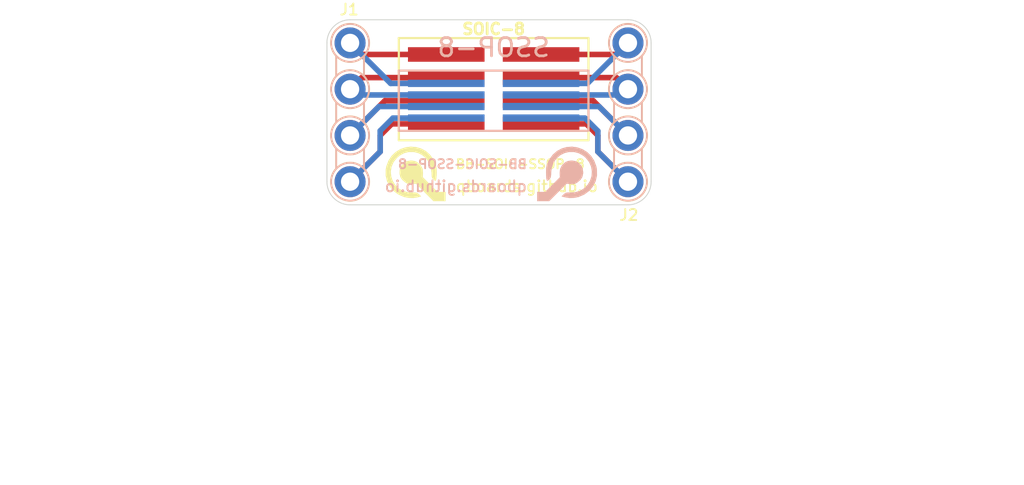
<source format=kicad_pcb>
(kicad_pcb (version 20171130) (host pcbnew "(5.1.2)-1")

  (general
    (thickness 1.2)
    (drawings 9)
    (tracks 40)
    (zones 0)
    (modules 7)
    (nets 9)
  )

  (page A4)
  (title_block
    (title BRD-REF)
    (rev 1)
    (company QBoards)
    (comment 1 "Description of the board")
  )

  (layers
    (0 F.Cu signal)
    (31 B.Cu signal hide)
    (32 B.Adhes user hide)
    (33 F.Adhes user hide)
    (34 B.Paste user hide)
    (35 F.Paste user)
    (36 B.SilkS user hide)
    (37 F.SilkS user)
    (38 B.Mask user hide)
    (39 F.Mask user)
    (40 Dwgs.User user hide)
    (41 Cmts.User user hide)
    (42 Eco1.User user hide)
    (43 Eco2.User user hide)
    (44 Edge.Cuts user)
    (45 Margin user hide)
    (46 B.CrtYd user hide)
    (47 F.CrtYd user)
    (48 B.Fab user hide)
    (49 F.Fab user hide)
  )

  (setup
    (last_trace_width 0.3048)
    (trace_clearance 0.2032)
    (zone_clearance 0.508)
    (zone_45_only no)
    (trace_min 0.1524)
    (via_size 0.8)
    (via_drill 0.4)
    (via_min_size 0.4)
    (via_min_drill 0.3048)
    (uvia_size 0.3)
    (uvia_drill 0.1)
    (uvias_allowed no)
    (uvia_min_size 0.2)
    (uvia_min_drill 0.1)
    (edge_width 0.05)
    (segment_width 0.2)
    (pcb_text_width 0.3)
    (pcb_text_size 1.5 1.5)
    (mod_edge_width 0.12)
    (mod_text_size 1 1)
    (mod_text_width 0.15)
    (pad_size 1.524 1.524)
    (pad_drill 0.762)
    (pad_to_mask_clearance 0.051)
    (solder_mask_min_width 0.25)
    (aux_axis_origin 0 0)
    (visible_elements 7FFFFFFF)
    (pcbplotparams
      (layerselection 0x010fc_ffffffff)
      (usegerberextensions false)
      (usegerberattributes false)
      (usegerberadvancedattributes false)
      (creategerberjobfile false)
      (excludeedgelayer true)
      (linewidth 0.100000)
      (plotframeref false)
      (viasonmask false)
      (mode 1)
      (useauxorigin false)
      (hpglpennumber 1)
      (hpglpenspeed 20)
      (hpglpendiameter 15.000000)
      (psnegative false)
      (psa4output false)
      (plotreference true)
      (plotvalue true)
      (plotinvisibletext false)
      (padsonsilk false)
      (subtractmaskfromsilk false)
      (outputformat 1)
      (mirror false)
      (drillshape 1)
      (scaleselection 1)
      (outputdirectory ""))
  )

  (net 0 "")
  (net 1 "Net-(J1-Pad4)")
  (net 2 "Net-(J1-Pad3)")
  (net 3 "Net-(J1-Pad2)")
  (net 4 "Net-(J1-Pad1)")
  (net 5 "Net-(J2-Pad1)")
  (net 6 "Net-(J2-Pad2)")
  (net 7 "Net-(J2-Pad3)")
  (net 8 "Net-(J2-Pad4)")

  (net_class Default "This is the default net class."
    (clearance 0.2032)
    (trace_width 0.3048)
    (via_dia 0.8)
    (via_drill 0.4)
    (uvia_dia 0.3)
    (uvia_drill 0.1)
    (add_net "Net-(J1-Pad1)")
    (add_net "Net-(J1-Pad2)")
    (add_net "Net-(J1-Pad3)")
    (add_net "Net-(J1-Pad4)")
    (add_net "Net-(J2-Pad1)")
    (add_net "Net-(J2-Pad2)")
    (add_net "Net-(J2-Pad3)")
    (add_net "Net-(J2-Pad4)")
  )

  (net_class Minimal ""
    (clearance 0.1524)
    (trace_width 0.1524)
    (via_dia 0.8)
    (via_drill 0.4)
    (uvia_dia 0.3)
    (uvia_drill 0.1)
  )

  (module qboards_ic:SSOP-8 (layer B.Cu) (tedit 5DA366FF) (tstamp 5DA3E784)
    (at 122.174 94.615 90)
    (path /5DA3DA50)
    (attr smd)
    (fp_text reference SSOP-8 (at 2.921 0) (layer B.SilkS)
      (effects (font (size 1 1) (thickness 0.15)) (justify mirror))
    )
    (fp_text value IC-8 (at 0 0 270) (layer B.Fab)
      (effects (font (size 1 1) (thickness 0.15)) (justify mirror))
    )
    (fp_line (start -1.4 -4.95) (end -1.4 4.95) (layer B.CrtYd) (width 0.05))
    (fp_line (start 1.4 -4.95) (end -1.4 -4.95) (layer B.CrtYd) (width 0.05))
    (fp_line (start 1.4 4.95) (end 1.4 -4.95) (layer B.CrtYd) (width 0.05))
    (fp_line (start -1.4 4.95) (end 1.4 4.95) (layer B.CrtYd) (width 0.05))
    (fp_line (start 1.6525 -5.2) (end -1.651 -5.2) (layer B.SilkS) (width 0.12))
    (fp_line (start 1.6525 5.2) (end 1.6525 -5.2) (layer B.SilkS) (width 0.12))
    (fp_line (start -1.6525 5.2) (end 1.6525 5.2) (layer B.SilkS) (width 0.12))
    (fp_line (start -1.651 -5.2) (end -1.6525 5.2) (layer B.SilkS) (width 0.12))
    (pad 4 smd rect (at 0.9525 -2.6 90) (size 0.4 4.2) (layers B.Cu B.Paste B.Mask)
      (net 4 "Net-(J1-Pad1)"))
    (pad 5 smd rect (at 0.9525 2.6 90) (size 0.4 4.2) (layers B.Cu B.Paste B.Mask)
      (net 8 "Net-(J2-Pad4)"))
    (pad 3 smd rect (at 0.3175 -2.6 90) (size 0.4 4.2) (layers B.Cu B.Paste B.Mask)
      (net 3 "Net-(J1-Pad2)"))
    (pad 6 smd rect (at 0.3175 2.6 90) (size 0.4 4.2) (layers B.Cu B.Paste B.Mask)
      (net 7 "Net-(J2-Pad3)"))
    (pad 2 smd rect (at -0.3175 -2.6 90) (size 0.4 4.2) (layers B.Cu B.Paste B.Mask)
      (net 2 "Net-(J1-Pad3)"))
    (pad 7 smd rect (at -0.3175 2.6 90) (size 0.4 4.2) (layers B.Cu B.Paste B.Mask)
      (net 6 "Net-(J2-Pad2)"))
    (pad 1 smd rect (at -0.9525 -2.6 90) (size 0.4 4.2) (layers B.Cu B.Paste B.Mask)
      (net 1 "Net-(J1-Pad4)"))
    (pad 8 smd rect (at -0.9525 2.6 90) (size 0.4 4.2) (layers B.Cu B.Paste B.Mask)
      (net 5 "Net-(J2-Pad1)"))
  )

  (module qboards_ic:SOIC-8 (layer F.Cu) (tedit 5DA36585) (tstamp 5DA3BAF4)
    (at 122.174 93.98 270)
    (path /5DA3D35E)
    (attr smd)
    (fp_text reference SOIC-8 (at -3.302 0) (layer F.SilkS)
      (effects (font (size 0.6 0.6) (thickness 0.15)))
    )
    (fp_text value IC-8 (at 0 0 90) (layer F.Fab)
      (effects (font (size 1 1) (thickness 0.15)))
    )
    (fp_line (start -2.56 4.95) (end -2.56 -4.95) (layer F.CrtYd) (width 0.05))
    (fp_line (start 2.56 4.95) (end -2.56 4.95) (layer F.CrtYd) (width 0.05))
    (fp_line (start 2.56 -4.95) (end 2.56 4.95) (layer F.CrtYd) (width 0.05))
    (fp_line (start -2.56 -4.95) (end 2.56 -4.95) (layer F.CrtYd) (width 0.05))
    (fp_line (start 2.805 5.2) (end -2.794 5.2) (layer F.SilkS) (width 0.12))
    (fp_line (start 2.805 -5.2) (end 2.805 5.2) (layer F.SilkS) (width 0.12))
    (fp_line (start -2.805 -5.2) (end 2.805 -5.2) (layer F.SilkS) (width 0.12))
    (fp_line (start -2.805 5.207) (end -2.805 -5.2) (layer F.SilkS) (width 0.12))
    (pad 4 smd rect (at 1.905 2.6 270) (size 0.8 4.2) (layers F.Cu F.Paste F.Mask)
      (net 1 "Net-(J1-Pad4)"))
    (pad 5 smd rect (at 1.905 -2.6 270) (size 0.8 4.2) (layers F.Cu F.Paste F.Mask)
      (net 5 "Net-(J2-Pad1)"))
    (pad 3 smd rect (at 0.635 2.6 270) (size 0.8 4.2) (layers F.Cu F.Paste F.Mask)
      (net 2 "Net-(J1-Pad3)"))
    (pad 6 smd rect (at 0.635 -2.6 270) (size 0.8 4.2) (layers F.Cu F.Paste F.Mask)
      (net 6 "Net-(J2-Pad2)"))
    (pad 2 smd rect (at -0.635 2.6 270) (size 0.8 4.2) (layers F.Cu F.Paste F.Mask)
      (net 3 "Net-(J1-Pad2)"))
    (pad 7 smd rect (at -0.635 -2.6 270) (size 0.8 4.2) (layers F.Cu F.Paste F.Mask)
      (net 7 "Net-(J2-Pad3)"))
    (pad 1 smd rect (at -1.905 2.6 270) (size 0.8 4.2) (layers F.Cu F.Paste F.Mask)
      (net 4 "Net-(J1-Pad1)"))
    (pad 8 smd rect (at -1.905 -2.6 270) (size 0.8 4.2) (layers F.Cu F.Paste F.Mask)
      (net 8 "Net-(J2-Pad4)"))
  )

  (module qboards_connectors:PinHeader_1x04_P2.54mm_Vertical_dual (layer F.Cu) (tedit 5DA32287) (tstamp 5DA3BAE0)
    (at 129.54 99.06 180)
    (descr "Through hole straight pin header, 1x07, 2.54mm pitch, single row")
    (tags "Through hole pin header THT 1x07 2.54mm single row")
    (path /5DA3F138)
    (fp_text reference J2 (at -0.0508 -1.8288) (layer F.SilkS)
      (effects (font (size 0.6 0.6) (thickness 0.1)))
    )
    (fp_text value Conn_01x04_Male (at -0.1524 10.0584) (layer B.Fab)
      (effects (font (size 1 1) (thickness 0.15)) (justify mirror))
    )
    (fp_line (start 0.762 5.8166) (end 0.762 6.8834) (layer B.SilkS) (width 0.1))
    (fp_line (start 0.762 3.2766) (end 0.762 4.3434) (layer B.SilkS) (width 0.1))
    (fp_line (start -0.762 5.8166) (end -0.762 6.8834) (layer B.SilkS) (width 0.1))
    (fp_line (start -0.762 3.2766) (end -0.762 4.3434) (layer B.SilkS) (width 0.1))
    (fp_circle (center 0 7.62) (end 0.0254 6.5786) (layer B.SilkS) (width 0.1))
    (fp_circle (center 0 5.08) (end 0.0254 4.0386) (layer B.SilkS) (width 0.1))
    (fp_circle (center 0 2.54) (end 0.0254 1.4986) (layer B.SilkS) (width 0.1))
    (fp_line (start 0.762 0.7366) (end 0.762 1.8034) (layer B.SilkS) (width 0.1))
    (fp_line (start -0.762 0.7366) (end -0.762 1.8034) (layer B.SilkS) (width 0.1))
    (fp_circle (center 0 0) (end 0.0254 -1.0414) (layer B.SilkS) (width 0.1))
    (fp_line (start -1.27 8.89) (end 1.27 8.89) (layer B.CrtYd) (width 0.12))
    (fp_line (start -1.27 -1.26) (end -1.27 8.89) (layer B.CrtYd) (width 0.12))
    (fp_line (start 1.27 -1.26) (end -1.27 -1.26) (layer B.CrtYd) (width 0.12))
    (fp_line (start 1.27 8.89) (end 1.27 -1.26) (layer B.CrtYd) (width 0.12))
    (fp_line (start -0.762 5.842) (end -0.762 6.858) (layer F.SilkS) (width 0.1))
    (fp_line (start -0.762 3.302) (end -0.762 4.318) (layer F.SilkS) (width 0.1))
    (fp_line (start 0.762 5.842) (end 0.762 6.858) (layer F.SilkS) (width 0.1))
    (fp_line (start 0.762 3.302) (end 0.762 4.318) (layer F.SilkS) (width 0.1))
    (fp_line (start 0.762 0.762) (end 0.762 1.778) (layer F.SilkS) (width 0.1))
    (fp_line (start -0.762 0.762) (end -0.762 1.778) (layer F.SilkS) (width 0.1))
    (fp_circle (center 0 7.62) (end 0.8128 8.2804) (layer F.SilkS) (width 0.1))
    (fp_circle (center 0 5.08) (end 0.8128 5.7404) (layer F.SilkS) (width 0.1))
    (fp_circle (center 0 2.54) (end 0.8128 3.2004) (layer F.SilkS) (width 0.1))
    (fp_circle (center 0 0) (end 0.8128 0.6604) (layer F.SilkS) (width 0.1))
    (fp_line (start -0.635 -1.27) (end 1.27 -1.27) (layer B.Fab) (width 0.1))
    (fp_line (start 1.27 -1.27) (end 1.27 8.89) (layer B.Fab) (width 0.1))
    (fp_line (start 1.27 8.89) (end -1.27 8.89) (layer B.Fab) (width 0.1))
    (fp_line (start -1.27 8.89) (end -1.27 -0.635) (layer B.Fab) (width 0.1))
    (fp_line (start -1.27 -0.635) (end -0.635 -1.27) (layer B.Fab) (width 0.1))
    (fp_line (start -1.016 -1.016) (end -1.016 8.6614) (layer F.CrtYd) (width 0.05))
    (fp_line (start -1.016 8.6614) (end 1.016 8.6614) (layer F.CrtYd) (width 0.05))
    (fp_line (start 1.016 8.6614) (end 1.016 -1.016) (layer F.CrtYd) (width 0.05))
    (fp_line (start 1.016 -1.016) (end -1.016 -1.016) (layer F.CrtYd) (width 0.05))
    (fp_text user %R (at 0 4.318 90) (layer B.Fab)
      (effects (font (size 1 1) (thickness 0.15)) (justify mirror))
    )
    (pad 1 thru_hole circle (at 0 0 180) (size 1.7 1.7) (drill 1) (layers *.Cu *.Mask)
      (net 5 "Net-(J2-Pad1)"))
    (pad 2 thru_hole oval (at 0 2.54 180) (size 1.7 1.7) (drill 1) (layers *.Cu *.Mask)
      (net 6 "Net-(J2-Pad2)"))
    (pad 3 thru_hole oval (at 0 5.08 180) (size 1.7 1.7) (drill 1) (layers *.Cu *.Mask)
      (net 7 "Net-(J2-Pad3)"))
    (pad 4 thru_hole oval (at 0 7.62 180) (size 1.7 1.7) (drill 1) (layers *.Cu *.Mask)
      (net 8 "Net-(J2-Pad4)"))
    (model ${KISYS3DMOD}/Connector_PinHeader_2.54mm.3dshapes/PinHeader_1x04_P2.54mm_Vertical.wrl
      (offset (xyz 0 0 -2))
      (scale (xyz 1 1 1))
      (rotate (xyz 0 180 0))
    )
  )

  (module qboards_connectors:PinHeader_1x04_P2.54mm_Vertical_dual (layer F.Cu) (tedit 5DA32287) (tstamp 5DA3BAAE)
    (at 114.3 91.44)
    (descr "Through hole straight pin header, 1x07, 2.54mm pitch, single row")
    (tags "Through hole pin header THT 1x07 2.54mm single row")
    (path /5DA3E625)
    (fp_text reference J1 (at -0.0508 -1.8288) (layer F.SilkS)
      (effects (font (size 0.6 0.6) (thickness 0.1)))
    )
    (fp_text value Conn_01x04_Male (at -0.1524 10.0584) (layer B.Fab)
      (effects (font (size 1 1) (thickness 0.15)) (justify mirror))
    )
    (fp_line (start 0.762 5.8166) (end 0.762 6.8834) (layer B.SilkS) (width 0.1))
    (fp_line (start 0.762 3.2766) (end 0.762 4.3434) (layer B.SilkS) (width 0.1))
    (fp_line (start -0.762 5.8166) (end -0.762 6.8834) (layer B.SilkS) (width 0.1))
    (fp_line (start -0.762 3.2766) (end -0.762 4.3434) (layer B.SilkS) (width 0.1))
    (fp_circle (center 0 7.62) (end 0.0254 6.5786) (layer B.SilkS) (width 0.1))
    (fp_circle (center 0 5.08) (end 0.0254 4.0386) (layer B.SilkS) (width 0.1))
    (fp_circle (center 0 2.54) (end 0.0254 1.4986) (layer B.SilkS) (width 0.1))
    (fp_line (start 0.762 0.7366) (end 0.762 1.8034) (layer B.SilkS) (width 0.1))
    (fp_line (start -0.762 0.7366) (end -0.762 1.8034) (layer B.SilkS) (width 0.1))
    (fp_circle (center 0 0) (end 0.0254 -1.0414) (layer B.SilkS) (width 0.1))
    (fp_line (start -1.27 8.89) (end 1.27 8.89) (layer B.CrtYd) (width 0.12))
    (fp_line (start -1.27 -1.26) (end -1.27 8.89) (layer B.CrtYd) (width 0.12))
    (fp_line (start 1.27 -1.26) (end -1.27 -1.26) (layer B.CrtYd) (width 0.12))
    (fp_line (start 1.27 8.89) (end 1.27 -1.26) (layer B.CrtYd) (width 0.12))
    (fp_line (start -0.762 5.842) (end -0.762 6.858) (layer F.SilkS) (width 0.1))
    (fp_line (start -0.762 3.302) (end -0.762 4.318) (layer F.SilkS) (width 0.1))
    (fp_line (start 0.762 5.842) (end 0.762 6.858) (layer F.SilkS) (width 0.1))
    (fp_line (start 0.762 3.302) (end 0.762 4.318) (layer F.SilkS) (width 0.1))
    (fp_line (start 0.762 0.762) (end 0.762 1.778) (layer F.SilkS) (width 0.1))
    (fp_line (start -0.762 0.762) (end -0.762 1.778) (layer F.SilkS) (width 0.1))
    (fp_circle (center 0 7.62) (end 0.8128 8.2804) (layer F.SilkS) (width 0.1))
    (fp_circle (center 0 5.08) (end 0.8128 5.7404) (layer F.SilkS) (width 0.1))
    (fp_circle (center 0 2.54) (end 0.8128 3.2004) (layer F.SilkS) (width 0.1))
    (fp_circle (center 0 0) (end 0.8128 0.6604) (layer F.SilkS) (width 0.1))
    (fp_line (start -0.635 -1.27) (end 1.27 -1.27) (layer B.Fab) (width 0.1))
    (fp_line (start 1.27 -1.27) (end 1.27 8.89) (layer B.Fab) (width 0.1))
    (fp_line (start 1.27 8.89) (end -1.27 8.89) (layer B.Fab) (width 0.1))
    (fp_line (start -1.27 8.89) (end -1.27 -0.635) (layer B.Fab) (width 0.1))
    (fp_line (start -1.27 -0.635) (end -0.635 -1.27) (layer B.Fab) (width 0.1))
    (fp_line (start -1.016 -1.016) (end -1.016 8.6614) (layer F.CrtYd) (width 0.05))
    (fp_line (start -1.016 8.6614) (end 1.016 8.6614) (layer F.CrtYd) (width 0.05))
    (fp_line (start 1.016 8.6614) (end 1.016 -1.016) (layer F.CrtYd) (width 0.05))
    (fp_line (start 1.016 -1.016) (end -1.016 -1.016) (layer F.CrtYd) (width 0.05))
    (fp_text user %R (at 0 4.318 90) (layer B.Fab)
      (effects (font (size 1 1) (thickness 0.15)) (justify mirror))
    )
    (pad 1 thru_hole circle (at 0 0) (size 1.7 1.7) (drill 1) (layers *.Cu *.Mask)
      (net 4 "Net-(J1-Pad1)"))
    (pad 2 thru_hole oval (at 0 2.54) (size 1.7 1.7) (drill 1) (layers *.Cu *.Mask)
      (net 3 "Net-(J1-Pad2)"))
    (pad 3 thru_hole oval (at 0 5.08) (size 1.7 1.7) (drill 1) (layers *.Cu *.Mask)
      (net 2 "Net-(J1-Pad3)"))
    (pad 4 thru_hole oval (at 0 7.62) (size 1.7 1.7) (drill 1) (layers *.Cu *.Mask)
      (net 1 "Net-(J1-Pad4)"))
    (model ${KISYS3DMOD}/Connector_PinHeader_2.54mm.3dshapes/PinHeader_1x04_P2.54mm_Vertical.wrl
      (offset (xyz 0 0 -2))
      (scale (xyz 1 1 1))
      (rotate (xyz 0 180 0))
    )
  )

  (module qboards_aesthetics:logo_url-3mm (layer F.Cu) (tedit 5CF579B1) (tstamp 5DA43827)
    (at 117.602 98.552)
    (fp_text reference BB-SOIC-SSOP-8 (at 2.4384 -0.4572) (layer F.SilkS)
      (effects (font (size 0.5 0.5) (thickness 0.1)) (justify left))
    )
    (fp_text value LOGO_BRD_REF (at 0 2.3622) (layer F.SilkS) hide
      (effects (font (size 0.6 0.6) (thickness 0.1)))
    )
    (fp_poly (pts (xy 0.229107 -0.630267) (xy 0.384132 -0.565267) (xy 0.392712 -0.559141) (xy 0.571873 -0.387566)
      (xy 0.671563 -0.193924) (xy 0.695785 0.029709) (xy 0.695247 0.039303) (xy 0.681566 0.260639)
      (xy 1.082897 0.66372) (xy 1.484227 1.0668) (xy 1.9304 1.0668) (xy 1.9304 1.5748)
      (xy 1.272852 1.5748) (xy 0.794695 1.095283) (xy 0.316537 0.615765) (xy 0.096885 0.633387)
      (xy -0.056582 0.636172) (xy -0.169617 0.608257) (xy -0.267041 0.551988) (xy -0.441484 0.406408)
      (xy -0.543765 0.250165) (xy -0.585771 0.062377) (xy -0.588434 -0.0127) (xy -0.563995 -0.217089)
      (xy -0.482479 -0.383076) (xy -0.331592 -0.533767) (xy -0.296964 -0.560417) (xy -0.146721 -0.627908)
      (xy 0.040396 -0.651169) (xy 0.229107 -0.630267)) (layer F.SilkS) (width 0.01))
    (fp_poly (pts (xy 0.301751 -1.394461) (xy 0.582667 -1.316111) (xy 0.844161 -1.176542) (xy 1.075553 -0.974514)
      (xy 1.266161 -0.708785) (xy 1.303875 -0.636973) (xy 1.37773 -0.475836) (xy 1.419998 -0.342842)
      (xy 1.439126 -0.20029) (xy 1.443566 -0.013664) (xy 1.439594 0.157438) (xy 1.429078 0.303015)
      (xy 1.414115 0.396238) (xy 1.410711 0.406392) (xy 1.383931 0.456332) (xy 1.348489 0.45341)
      (xy 1.279461 0.394371) (xy 1.273128 0.388429) (xy 1.21484 0.321997) (xy 1.182885 0.243632)
      (xy 1.169652 0.126196) (xy 1.16747 0.011671) (xy 1.130012 -0.29018) (xy 1.02716 -0.553497)
      (xy 0.869991 -0.773577) (xy 0.669584 -0.945712) (xy 0.437018 -1.065199) (xy 0.183372 -1.127332)
      (xy -0.080277 -1.127405) (xy -0.342849 -1.060714) (xy -0.593266 -0.922552) (xy -0.738616 -0.797882)
      (xy -0.922376 -0.561969) (xy -1.032169 -0.306442) (xy -1.072891 -0.042499) (xy -1.049439 0.218666)
      (xy -0.966708 0.465853) (xy -0.829594 0.687868) (xy -0.642992 0.873513) (xy -0.411797 1.011592)
      (xy -0.140906 1.090908) (xy 0.09333 1.104832) (xy 0.248968 1.102978) (xy 0.34842 1.116252)
      (xy 0.419803 1.151909) (xy 0.478353 1.204178) (xy 0.587693 1.313518) (xy 0.422963 1.359256)
      (xy 0.178868 1.397375) (xy -0.090528 1.392549) (xy -0.338117 1.345713) (xy -0.343492 1.344052)
      (xy -0.660977 1.204782) (xy -0.925946 1.007348) (xy -1.132568 0.76185) (xy -1.275016 0.47839)
      (xy -1.347458 0.167068) (xy -1.344068 -0.162016) (xy -1.311358 -0.333052) (xy -1.193529 -0.648479)
      (xy -1.020362 -0.911375) (xy -0.802536 -1.1205) (xy -0.550731 -1.274612) (xy -0.275628 -1.372471)
      (xy 0.012092 -1.412834) (xy 0.301751 -1.394461)) (layer F.SilkS) (width 0.01))
    (fp_text user qboards.github.io (at 2.4384 0.762) (layer F.SilkS)
      (effects (font (size 0.6 0.6) (thickness 0.1)) (justify left))
    )
  )

  (module qboards_aesthetics:breadboard-guide (layer F.Cu) (tedit 5CF80C42) (tstamp 5DA2C2B0)
    (at 99.06 91.44)
    (fp_text reference REF** (at 0.508 1.524 90) (layer F.SilkS) hide
      (effects (font (size 1 1) (thickness 0.15)))
    )
    (fp_text value breadboard-guide (at -5.08 11.43 90) (layer F.Fab) hide
      (effects (font (size 1 1) (thickness 0.15)))
    )
    (fp_line (start 52.07 24.13) (end 52.07 -1.27) (layer F.Fab) (width 0.3))
    (fp_line (start -3.81 24.13) (end -3.81 -1.27) (layer F.Fab) (width 0.3))
    (fp_circle (center 15.24 22.86) (end 15.763634 22.86) (layer F.Fab) (width 0.4))
    (fp_circle (center 15.24 20.32) (end 15.763634 20.32) (layer F.Fab) (width 0.4))
    (fp_circle (center 15.24 17.78) (end 15.763634 17.78) (layer F.Fab) (width 0.4))
    (fp_circle (center 15.24 15.24) (end 15.763634 15.24) (layer F.Fab) (width 0.4))
    (fp_circle (center 15.24 12.7) (end 15.763634 12.7) (layer F.Fab) (width 0.4))
    (fp_circle (center 15.24 10.16) (end 15.763634 10.16) (layer F.Fab) (width 0.4))
    (fp_circle (center 15.24 7.62) (end 15.763634 7.62) (layer F.Fab) (width 0.4))
    (fp_circle (center 15.24 5.08) (end 15.763634 5.08) (layer F.Fab) (width 0.4))
    (fp_circle (center 15.24 2.54) (end 15.763634 2.54) (layer F.Fab) (width 0.4))
    (fp_circle (center 27.94 22.86) (end 28.463634 22.86) (layer F.Fab) (width 0.4))
    (fp_circle (center 27.94 20.32) (end 28.463634 20.32) (layer F.Fab) (width 0.4))
    (fp_circle (center 27.94 17.78) (end 28.463634 17.78) (layer F.Fab) (width 0.4))
    (fp_circle (center 27.94 15.24) (end 28.463634 15.24) (layer F.Fab) (width 0.4))
    (fp_circle (center 27.94 12.7) (end 28.463634 12.7) (layer F.Fab) (width 0.4))
    (fp_circle (center 27.94 10.16) (end 28.463634 10.16) (layer F.Fab) (width 0.4))
    (fp_circle (center 27.94 7.62) (end 28.463634 7.62) (layer F.Fab) (width 0.4))
    (fp_circle (center 27.94 5.08) (end 28.463634 5.08) (layer F.Fab) (width 0.4))
    (fp_circle (center 27.94 2.54) (end 28.463634 2.54) (layer F.Fab) (width 0.4))
    (fp_circle (center 2.524366 22.86) (end 3.048 22.86) (layer F.Fab) (width 0.4))
    (fp_circle (center 2.524366 20.32) (end 3.048 20.32) (layer F.Fab) (width 0.4))
    (fp_circle (center 2.524366 17.78) (end 3.048 17.78) (layer F.Fab) (width 0.4))
    (fp_circle (center 2.524366 15.24) (end 3.048 15.24) (layer F.Fab) (width 0.4))
    (fp_circle (center 2.524366 12.7) (end 3.048 12.7) (layer F.Fab) (width 0.4))
    (fp_circle (center 2.524366 10.16) (end 3.048 10.16) (layer F.Fab) (width 0.4))
    (fp_circle (center 2.524366 7.62) (end 3.048 7.62) (layer F.Fab) (width 0.4))
    (fp_circle (center 2.524366 5.08) (end 3.048 5.08) (layer F.Fab) (width 0.4))
    (fp_circle (center 2.524366 2.54) (end 3.048 2.54) (layer F.Fab) (width 0.4))
    (fp_circle (center 12.7 22.86) (end 13.223634 22.86) (layer F.Fab) (width 0.4))
    (fp_circle (center 12.7 20.32) (end 13.223634 20.32) (layer F.Fab) (width 0.4))
    (fp_circle (center 12.7 17.78) (end 13.223634 17.78) (layer F.Fab) (width 0.4))
    (fp_circle (center 12.7 15.24) (end 13.223634 15.24) (layer F.Fab) (width 0.4))
    (fp_circle (center 12.7 12.7) (end 13.223634 12.7) (layer F.Fab) (width 0.4))
    (fp_circle (center 12.7 10.16) (end 13.223634 10.16) (layer F.Fab) (width 0.4))
    (fp_circle (center 12.7 7.62) (end 13.223634 7.62) (layer F.Fab) (width 0.4))
    (fp_circle (center 12.7 5.08) (end 13.223634 5.08) (layer F.Fab) (width 0.4))
    (fp_circle (center 12.7 2.54) (end 13.223634 2.54) (layer F.Fab) (width 0.4))
    (fp_circle (center 17.78 22.86) (end 18.303634 22.86) (layer F.Fab) (width 0.4))
    (fp_circle (center 17.78 20.32) (end 18.303634 20.32) (layer F.Fab) (width 0.4))
    (fp_circle (center 17.78 17.78) (end 18.303634 17.78) (layer F.Fab) (width 0.4))
    (fp_circle (center 17.78 15.24) (end 18.303634 15.24) (layer F.Fab) (width 0.4))
    (fp_circle (center 17.78 12.7) (end 18.303634 12.7) (layer F.Fab) (width 0.4))
    (fp_circle (center 17.78 10.16) (end 18.303634 10.16) (layer F.Fab) (width 0.4))
    (fp_circle (center 17.78 7.62) (end 18.303634 7.62) (layer F.Fab) (width 0.4))
    (fp_circle (center 17.78 5.08) (end 18.303634 5.08) (layer F.Fab) (width 0.4))
    (fp_circle (center 17.78 2.54) (end 18.303634 2.54) (layer F.Fab) (width 0.4))
    (fp_circle (center 48.244366 22.86) (end 48.768 22.86) (layer F.Fab) (width 0.4))
    (fp_circle (center 48.244366 20.32) (end 48.768 20.32) (layer F.Fab) (width 0.4))
    (fp_circle (center 48.244366 17.78) (end 48.768 17.78) (layer F.Fab) (width 0.4))
    (fp_circle (center 48.244366 15.24) (end 48.768 15.24) (layer F.Fab) (width 0.4))
    (fp_circle (center 48.244366 12.7) (end 48.768 12.7) (layer F.Fab) (width 0.4))
    (fp_circle (center 48.244366 10.16) (end 48.768 10.16) (layer F.Fab) (width 0.4))
    (fp_circle (center 48.244366 7.62) (end 48.768 7.62) (layer F.Fab) (width 0.4))
    (fp_circle (center 48.244366 5.08) (end 48.768 5.08) (layer F.Fab) (width 0.4))
    (fp_circle (center 48.244366 2.54) (end 48.768 2.54) (layer F.Fab) (width 0.4))
    (fp_circle (center 45.72 22.86) (end 46.243634 22.86) (layer F.Fab) (width 0.4))
    (fp_circle (center 45.72 20.32) (end 46.243634 20.32) (layer F.Fab) (width 0.4))
    (fp_circle (center 45.72 17.78) (end 46.243634 17.78) (layer F.Fab) (width 0.4))
    (fp_circle (center 45.72 15.24) (end 46.243634 15.24) (layer F.Fab) (width 0.4))
    (fp_circle (center 45.72 12.7) (end 46.243634 12.7) (layer F.Fab) (width 0.4))
    (fp_circle (center 45.72 10.16) (end 46.243634 10.16) (layer F.Fab) (width 0.4))
    (fp_circle (center 45.72 7.62) (end 46.243634 7.62) (layer F.Fab) (width 0.4))
    (fp_circle (center 45.72 5.08) (end 46.243634 5.08) (layer F.Fab) (width 0.4))
    (fp_circle (center 45.72 2.54) (end 46.243634 2.54) (layer F.Fab) (width 0.4))
    (fp_circle (center 0 22.86) (end 0.523634 22.86) (layer F.Fab) (width 0.4))
    (fp_circle (center 0 20.32) (end 0.523634 20.32) (layer F.Fab) (width 0.4))
    (fp_circle (center 0 17.78) (end 0.523634 17.78) (layer F.Fab) (width 0.4))
    (fp_circle (center 0 15.24) (end 0.523634 15.24) (layer F.Fab) (width 0.4))
    (fp_circle (center 0 12.7) (end 0.523634 12.7) (layer F.Fab) (width 0.4))
    (fp_circle (center 0 10.16) (end 0.523634 10.16) (layer F.Fab) (width 0.4))
    (fp_circle (center 0 7.62) (end 0.523634 7.62) (layer F.Fab) (width 0.4))
    (fp_circle (center 0 5.08) (end 0.523634 5.08) (layer F.Fab) (width 0.4))
    (fp_circle (center 0 2.54) (end 0.523634 2.54) (layer F.Fab) (width 0.4))
    (fp_circle (center 20.304366 22.86) (end 20.828 22.86) (layer F.Fab) (width 0.4))
    (fp_circle (center 20.304366 20.32) (end 20.828 20.32) (layer F.Fab) (width 0.4))
    (fp_circle (center 20.304366 17.78) (end 20.828 17.78) (layer F.Fab) (width 0.4))
    (fp_circle (center 20.304366 15.24) (end 20.828 15.24) (layer F.Fab) (width 0.4))
    (fp_circle (center 20.304366 12.7) (end 20.828 12.7) (layer F.Fab) (width 0.4))
    (fp_circle (center 20.304366 10.16) (end 20.828 10.16) (layer F.Fab) (width 0.4))
    (fp_circle (center 20.304366 7.62) (end 20.828 7.62) (layer F.Fab) (width 0.4))
    (fp_circle (center 20.304366 5.08) (end 20.828 5.08) (layer F.Fab) (width 0.4))
    (fp_circle (center 20.304366 2.54) (end 20.828 2.54) (layer F.Fab) (width 0.4))
    (fp_circle (center 10.16 22.86) (end 10.683634 22.86) (layer F.Fab) (width 0.4))
    (fp_circle (center 10.16 20.32) (end 10.683634 20.32) (layer F.Fab) (width 0.4))
    (fp_circle (center 10.16 17.78) (end 10.683634 17.78) (layer F.Fab) (width 0.4))
    (fp_circle (center 10.16 15.24) (end 10.683634 15.24) (layer F.Fab) (width 0.4))
    (fp_circle (center 10.16 12.7) (end 10.683634 12.7) (layer F.Fab) (width 0.4))
    (fp_circle (center 10.16 10.16) (end 10.683634 10.16) (layer F.Fab) (width 0.4))
    (fp_circle (center 10.16 7.62) (end 10.683634 7.62) (layer F.Fab) (width 0.4))
    (fp_circle (center 10.16 5.08) (end 10.683634 5.08) (layer F.Fab) (width 0.4))
    (fp_circle (center 10.16 2.54) (end 10.683634 2.54) (layer F.Fab) (width 0.4))
    (fp_circle (center 33.02 22.86) (end 33.543634 22.86) (layer F.Fab) (width 0.4))
    (fp_circle (center 33.02 20.32) (end 33.543634 20.32) (layer F.Fab) (width 0.4))
    (fp_circle (center 33.02 17.78) (end 33.543634 17.78) (layer F.Fab) (width 0.4))
    (fp_circle (center 33.02 15.24) (end 33.543634 15.24) (layer F.Fab) (width 0.4))
    (fp_circle (center 33.02 12.7) (end 33.543634 12.7) (layer F.Fab) (width 0.4))
    (fp_circle (center 33.02 10.16) (end 33.543634 10.16) (layer F.Fab) (width 0.4))
    (fp_circle (center 33.02 7.62) (end 33.543634 7.62) (layer F.Fab) (width 0.4))
    (fp_circle (center 33.02 5.08) (end 33.543634 5.08) (layer F.Fab) (width 0.4))
    (fp_circle (center 33.02 2.54) (end 33.543634 2.54) (layer F.Fab) (width 0.4))
    (fp_circle (center 30.48 22.86) (end 31.003634 22.86) (layer F.Fab) (width 0.4))
    (fp_circle (center 30.48 20.32) (end 31.003634 20.32) (layer F.Fab) (width 0.4))
    (fp_circle (center 30.48 17.78) (end 31.003634 17.78) (layer F.Fab) (width 0.4))
    (fp_circle (center 30.48 15.24) (end 31.003634 15.24) (layer F.Fab) (width 0.4))
    (fp_circle (center 30.48 12.7) (end 31.003634 12.7) (layer F.Fab) (width 0.4))
    (fp_circle (center 30.48 10.16) (end 31.003634 10.16) (layer F.Fab) (width 0.4))
    (fp_circle (center 30.48 7.62) (end 31.003634 7.62) (layer F.Fab) (width 0.4))
    (fp_circle (center 30.48 5.08) (end 31.003634 5.08) (layer F.Fab) (width 0.4))
    (fp_circle (center 30.48 2.54) (end 31.003634 2.54) (layer F.Fab) (width 0.4))
    (fp_circle (center 35.56 22.86) (end 36.083634 22.86) (layer F.Fab) (width 0.4))
    (fp_circle (center 35.56 20.32) (end 36.083634 20.32) (layer F.Fab) (width 0.4))
    (fp_circle (center 35.56 17.78) (end 36.083634 17.78) (layer F.Fab) (width 0.4))
    (fp_circle (center 35.56 15.24) (end 36.083634 15.24) (layer F.Fab) (width 0.4))
    (fp_circle (center 35.56 12.7) (end 36.083634 12.7) (layer F.Fab) (width 0.4))
    (fp_circle (center 35.56 10.16) (end 36.083634 10.16) (layer F.Fab) (width 0.4))
    (fp_circle (center 35.56 7.62) (end 36.083634 7.62) (layer F.Fab) (width 0.4))
    (fp_circle (center 35.56 5.08) (end 36.083634 5.08) (layer F.Fab) (width 0.4))
    (fp_circle (center 35.56 2.54) (end 36.083634 2.54) (layer F.Fab) (width 0.4))
    (fp_circle (center 38.084366 22.86) (end 38.608 22.86) (layer F.Fab) (width 0.4))
    (fp_circle (center 38.084366 20.32) (end 38.608 20.32) (layer F.Fab) (width 0.4))
    (fp_circle (center 38.084366 17.78) (end 38.608 17.78) (layer F.Fab) (width 0.4))
    (fp_circle (center 38.084366 15.24) (end 38.608 15.24) (layer F.Fab) (width 0.4))
    (fp_circle (center 38.084366 12.7) (end 38.608 12.7) (layer F.Fab) (width 0.4))
    (fp_circle (center 38.084366 10.16) (end 38.608 10.16) (layer F.Fab) (width 0.4))
    (fp_circle (center 38.084366 7.62) (end 38.608 7.62) (layer F.Fab) (width 0.4))
    (fp_circle (center 38.084366 5.08) (end 38.608 5.08) (layer F.Fab) (width 0.4))
    (fp_circle (center 38.084366 2.54) (end 38.608 2.54) (layer F.Fab) (width 0.4))
    (fp_circle (center 10.16 0) (end 10.683634 0) (layer F.Fab) (width 0.4))
    (fp_circle (center 15.24 0) (end 15.763634 0) (layer F.Fab) (width 0.4))
    (fp_circle (center 12.7 0) (end 13.223634 0) (layer F.Fab) (width 0.4))
    (fp_circle (center 17.78 0) (end 18.303634 0) (layer F.Fab) (width 0.4))
    (fp_circle (center 20.304366 0) (end 20.828 0) (layer F.Fab) (width 0.4))
    (fp_circle (center 2.524366 0) (end 3.048 0) (layer F.Fab) (width 0.4))
    (fp_circle (center 0 0) (end 0.523634 0) (layer F.Fab) (width 0.4))
    (fp_circle (center 45.72 0) (end 46.243634 0) (layer F.Fab) (width 0.4))
    (fp_circle (center 48.244366 0) (end 48.768 0) (layer F.Fab) (width 0.4))
    (fp_circle (center 27.94 0) (end 28.463634 0) (layer F.Fab) (width 0.4))
    (fp_circle (center 30.48 0) (end 31.003634 0) (layer F.Fab) (width 0.4))
    (fp_circle (center 33.02 0) (end 33.543634 0) (layer F.Fab) (width 0.4))
    (fp_circle (center 35.56 0) (end 36.083634 0) (layer F.Fab) (width 0.4))
    (fp_circle (center 38.084366 0) (end 38.608 0) (layer F.Fab) (width 0.4))
  )

  (module qboards_aesthetics:logo_url-3mm (layer B.Cu) (tedit 5CF579B1) (tstamp 5CF87F55)
    (at 126.492 98.552 180)
    (fp_text reference BB-SOIC-SSOP-8 (at 2.4384 0.4572) (layer B.SilkS)
      (effects (font (size 0.5 0.5) (thickness 0.1)) (justify left mirror))
    )
    (fp_text value LOGO_BRD_REF (at 0 -2.3622) (layer B.SilkS) hide
      (effects (font (size 0.6 0.6) (thickness 0.1)) (justify mirror))
    )
    (fp_text user qboards.github.io (at 2.4384 -0.762) (layer B.SilkS)
      (effects (font (size 0.6 0.6) (thickness 0.1)) (justify left mirror))
    )
    (fp_poly (pts (xy 0.301751 1.394461) (xy 0.582667 1.316111) (xy 0.844161 1.176542) (xy 1.075553 0.974514)
      (xy 1.266161 0.708785) (xy 1.303875 0.636973) (xy 1.37773 0.475836) (xy 1.419998 0.342842)
      (xy 1.439126 0.20029) (xy 1.443566 0.013664) (xy 1.439594 -0.157438) (xy 1.429078 -0.303015)
      (xy 1.414115 -0.396238) (xy 1.410711 -0.406392) (xy 1.383931 -0.456332) (xy 1.348489 -0.45341)
      (xy 1.279461 -0.394371) (xy 1.273128 -0.388429) (xy 1.21484 -0.321997) (xy 1.182885 -0.243632)
      (xy 1.169652 -0.126196) (xy 1.16747 -0.011671) (xy 1.130012 0.29018) (xy 1.02716 0.553497)
      (xy 0.869991 0.773577) (xy 0.669584 0.945712) (xy 0.437018 1.065199) (xy 0.183372 1.127332)
      (xy -0.080277 1.127405) (xy -0.342849 1.060714) (xy -0.593266 0.922552) (xy -0.738616 0.797882)
      (xy -0.922376 0.561969) (xy -1.032169 0.306442) (xy -1.072891 0.042499) (xy -1.049439 -0.218666)
      (xy -0.966708 -0.465853) (xy -0.829594 -0.687868) (xy -0.642992 -0.873513) (xy -0.411797 -1.011592)
      (xy -0.140906 -1.090908) (xy 0.09333 -1.104832) (xy 0.248968 -1.102978) (xy 0.34842 -1.116252)
      (xy 0.419803 -1.151909) (xy 0.478353 -1.204178) (xy 0.587693 -1.313518) (xy 0.422963 -1.359256)
      (xy 0.178868 -1.397375) (xy -0.090528 -1.392549) (xy -0.338117 -1.345713) (xy -0.343492 -1.344052)
      (xy -0.660977 -1.204782) (xy -0.925946 -1.007348) (xy -1.132568 -0.76185) (xy -1.275016 -0.47839)
      (xy -1.347458 -0.167068) (xy -1.344068 0.162016) (xy -1.311358 0.333052) (xy -1.193529 0.648479)
      (xy -1.020362 0.911375) (xy -0.802536 1.1205) (xy -0.550731 1.274612) (xy -0.275628 1.372471)
      (xy 0.012092 1.412834) (xy 0.301751 1.394461)) (layer B.SilkS) (width 0.01))
    (fp_poly (pts (xy 0.229107 0.630267) (xy 0.384132 0.565267) (xy 0.392712 0.559141) (xy 0.571873 0.387566)
      (xy 0.671563 0.193924) (xy 0.695785 -0.029709) (xy 0.695247 -0.039303) (xy 0.681566 -0.260639)
      (xy 1.082897 -0.66372) (xy 1.484227 -1.0668) (xy 1.9304 -1.0668) (xy 1.9304 -1.5748)
      (xy 1.272852 -1.5748) (xy 0.794695 -1.095283) (xy 0.316537 -0.615765) (xy 0.096885 -0.633387)
      (xy -0.056582 -0.636172) (xy -0.169617 -0.608257) (xy -0.267041 -0.551988) (xy -0.441484 -0.406408)
      (xy -0.543765 -0.250165) (xy -0.585771 -0.062377) (xy -0.588434 0.0127) (xy -0.563995 0.217089)
      (xy -0.482479 0.383076) (xy -0.331592 0.533767) (xy -0.296964 0.560417) (xy -0.146721 0.627908)
      (xy 0.040396 0.651169) (xy 0.229107 0.630267)) (layer B.SilkS) (width 0.01))
  )

  (gr_arc (start 129.54 99.06) (end 129.54 100.33) (angle -90) (layer Edge.Cuts) (width 0.05) (tstamp 5DA43B8B))
  (gr_arc (start 114.3 99.06) (end 113.03 99.06) (angle -90) (layer Edge.Cuts) (width 0.05) (tstamp 5DA43B88))
  (gr_arc (start 114.3 91.44) (end 114.3 90.17) (angle -90) (layer Edge.Cuts) (width 0.05) (tstamp 5DA43B85))
  (gr_arc (start 129.54 91.44) (end 130.81 91.44) (angle -90) (layer Edge.Cuts) (width 0.05))
  (gr_line (start 113.03 91.44) (end 113.03 99.06) (layer Edge.Cuts) (width 0.05) (tstamp 5DA41990))
  (gr_line (start 129.54 90.17) (end 114.3 90.17) (layer Edge.Cuts) (width 0.05))
  (gr_line (start 130.81 99.06) (end 130.81 91.44) (layer Edge.Cuts) (width 0.05))
  (gr_line (start 114.3 100.33) (end 129.54 100.33) (layer Edge.Cuts) (width 0.05))
  (gr_arc (start 143.129 85.598) (end 144.399 85.598) (angle -90) (layer F.Fab) (width 0.05))

  (segment (start 115.951 97.409) (end 114.3 99.06) (width 0.3048) (layer F.Cu) (net 1))
  (segment (start 115.951 96.52) (end 115.951 97.409) (width 0.3048) (layer F.Cu) (net 1))
  (segment (start 119.574 95.885) (end 116.586 95.885) (width 0.3048) (layer F.Cu) (net 1))
  (segment (start 116.586 95.885) (end 115.951 96.52) (width 0.3048) (layer F.Cu) (net 1))
  (segment (start 116.6495 95.5675) (end 119.574 95.5675) (width 0.3048) (layer B.Cu) (net 1))
  (segment (start 115.951 96.266) (end 116.6495 95.5675) (width 0.3048) (layer B.Cu) (net 1))
  (segment (start 114.3 99.06) (end 115.951 97.409) (width 0.3048) (layer B.Cu) (net 1))
  (segment (start 115.951 97.409) (end 115.951 96.266) (width 0.3048) (layer B.Cu) (net 1))
  (segment (start 116.205 94.615) (end 114.3 96.52) (width 0.3048) (layer F.Cu) (net 2))
  (segment (start 119.574 94.615) (end 116.205 94.615) (width 0.3048) (layer F.Cu) (net 2))
  (segment (start 115.8875 94.9325) (end 114.3 96.52) (width 0.3048) (layer B.Cu) (net 2))
  (segment (start 119.574 94.9325) (end 115.8875 94.9325) (width 0.3048) (layer B.Cu) (net 2))
  (segment (start 114.935 93.345) (end 114.3 93.98) (width 0.3048) (layer F.Cu) (net 3))
  (segment (start 119.574 93.345) (end 114.935 93.345) (width 0.3048) (layer F.Cu) (net 3))
  (segment (start 114.6175 94.2975) (end 114.3 93.98) (width 0.3048) (layer B.Cu) (net 3))
  (segment (start 119.574 94.2975) (end 114.6175 94.2975) (width 0.3048) (layer B.Cu) (net 3))
  (segment (start 114.935 92.075) (end 114.3 91.44) (width 0.3048) (layer F.Cu) (net 4))
  (segment (start 119.574 92.075) (end 114.935 92.075) (width 0.3048) (layer F.Cu) (net 4))
  (segment (start 116.5225 93.6625) (end 119.574 93.6625) (width 0.3048) (layer B.Cu) (net 4))
  (segment (start 114.3 91.44) (end 116.5225 93.6625) (width 0.3048) (layer B.Cu) (net 4))
  (segment (start 127.254 95.885) (end 124.774 95.885) (width 0.3048) (layer F.Cu) (net 5))
  (segment (start 127.889 96.52) (end 127.254 95.885) (width 0.3048) (layer F.Cu) (net 5))
  (segment (start 129.54 99.06) (end 127.889 97.409) (width 0.3048) (layer F.Cu) (net 5))
  (segment (start 127.889 97.409) (end 127.889 96.52) (width 0.3048) (layer F.Cu) (net 5))
  (segment (start 127.1788 95.5675) (end 127.889 96.2777) (width 0.3048) (layer B.Cu) (net 5))
  (segment (start 124.774 95.5675) (end 127.1788 95.5675) (width 0.3048) (layer B.Cu) (net 5))
  (segment (start 127.889 97.409) (end 129.54 99.06) (width 0.3048) (layer B.Cu) (net 5))
  (segment (start 127.889 96.2777) (end 127.889 97.409) (width 0.3048) (layer B.Cu) (net 5))
  (segment (start 127.635 94.615) (end 124.774 94.615) (width 0.3048) (layer F.Cu) (net 6))
  (segment (start 129.54 96.52) (end 127.635 94.615) (width 0.3048) (layer F.Cu) (net 6))
  (segment (start 127.9525 94.9325) (end 129.54 96.52) (width 0.3048) (layer B.Cu) (net 6))
  (segment (start 124.774 94.9325) (end 127.9525 94.9325) (width 0.3048) (layer B.Cu) (net 6))
  (segment (start 128.905 93.345) (end 129.54 93.98) (width 0.3048) (layer F.Cu) (net 7))
  (segment (start 124.774 93.345) (end 128.905 93.345) (width 0.3048) (layer F.Cu) (net 7))
  (segment (start 129.2225 94.2975) (end 129.54 93.98) (width 0.3048) (layer B.Cu) (net 7))
  (segment (start 124.774 94.2975) (end 129.2225 94.2975) (width 0.3048) (layer B.Cu) (net 7))
  (segment (start 128.905 92.075) (end 129.54 91.44) (width 0.3048) (layer F.Cu) (net 8))
  (segment (start 124.774 92.075) (end 128.905 92.075) (width 0.3048) (layer F.Cu) (net 8))
  (segment (start 127.3175 93.6625) (end 129.54 91.44) (width 0.3048) (layer B.Cu) (net 8))
  (segment (start 124.774 93.6625) (end 127.3175 93.6625) (width 0.3048) (layer B.Cu) (net 8))

)

</source>
